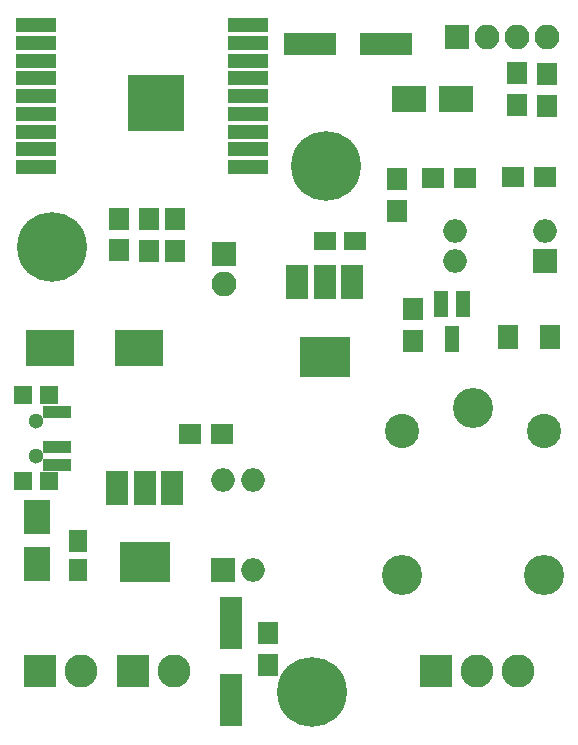
<source format=gts>
G04 #@! TF.FileFunction,Soldermask,Top*
%FSLAX46Y46*%
G04 Gerber Fmt 4.6, Leading zero omitted, Abs format (unit mm)*
G04 Created by KiCad (PCBNEW 4.0.6) date 10/30/17 11:30:06*
%MOMM*%
%LPD*%
G01*
G04 APERTURE LIST*
%ADD10C,0.025400*%
%ADD11R,1.200000X2.300000*%
%ADD12R,1.650000X1.900000*%
%ADD13R,1.900000X1.650000*%
%ADD14R,2.200000X2.900000*%
%ADD15R,2.900000X2.200000*%
%ADD16R,1.900000X1.700000*%
%ADD17R,1.700000X2.100000*%
%ADD18C,2.800000*%
%ADD19R,2.800000X2.800000*%
%ADD20R,2.100000X2.100000*%
%ADD21O,2.100000X2.100000*%
%ADD22R,3.400000X1.300000*%
%ADD23R,4.700000X4.700000*%
%ADD24R,1.700000X1.900000*%
%ADD25C,2.900000*%
%ADD26C,3.400000*%
%ADD27C,1.300000*%
%ADD28R,2.400000X1.100000*%
%ADD29R,1.600000X1.600000*%
%ADD30R,1.900000X4.400000*%
%ADD31R,4.150000X3.100000*%
%ADD32R,2.000000X2.000000*%
%ADD33O,2.000000X2.000000*%
%ADD34R,4.200000X3.400000*%
%ADD35R,1.900000X2.900000*%
%ADD36C,5.900000*%
%ADD37R,4.400000X1.900000*%
G04 APERTURE END LIST*
D10*
D11*
X168140000Y-71930000D03*
X166240000Y-71930000D03*
X167190000Y-74930000D03*
D12*
X135520000Y-91980000D03*
X135520000Y-94480000D03*
D13*
X156440000Y-66660000D03*
X158940000Y-66660000D03*
D14*
X132050000Y-94010000D03*
X132050000Y-90010000D03*
D15*
X163540000Y-54620000D03*
X167540000Y-54620000D03*
D16*
X165620000Y-61300000D03*
X168320000Y-61300000D03*
D17*
X175450000Y-74750000D03*
X171950000Y-74750000D03*
D18*
X135780000Y-103020000D03*
D19*
X132280000Y-103020000D03*
D18*
X143650000Y-103010000D03*
D19*
X140150000Y-103010000D03*
D20*
X167590000Y-49390000D03*
D21*
X170130000Y-49390000D03*
X172670000Y-49390000D03*
X175210000Y-49390000D03*
D20*
X147880000Y-67690000D03*
D21*
X147880000Y-70230000D03*
D18*
X169300000Y-103040000D03*
X172800000Y-103040000D03*
D19*
X165800000Y-103040000D03*
D22*
X131930000Y-48350000D03*
X131930000Y-49850000D03*
X131930000Y-51350000D03*
X131930000Y-52850000D03*
X131930000Y-54350000D03*
X131930000Y-55850000D03*
X131930000Y-57350000D03*
X131930000Y-58850000D03*
X131930000Y-60350000D03*
X149930000Y-60350000D03*
X149930000Y-58850000D03*
X149930000Y-57350000D03*
X149930000Y-55850000D03*
X149930000Y-54350000D03*
X149930000Y-52850000D03*
X149930000Y-51350000D03*
X149930000Y-49850000D03*
X149930000Y-48350000D03*
D23*
X142120000Y-54950000D03*
D24*
X151600000Y-99810000D03*
X151600000Y-102510000D03*
D16*
X147700000Y-82930000D03*
X145000000Y-82930000D03*
X175080000Y-61240000D03*
X172380000Y-61240000D03*
D24*
X143750000Y-64750000D03*
X143750000Y-67450000D03*
X139030000Y-64720000D03*
X139030000Y-67420000D03*
X141540000Y-64760000D03*
X141540000Y-67460000D03*
X163900000Y-75060000D03*
X163900000Y-72360000D03*
X172670000Y-52410000D03*
X172670000Y-55110000D03*
X175220000Y-52450000D03*
X175220000Y-55150000D03*
D25*
X162950000Y-82670000D03*
D26*
X162950000Y-94870000D03*
X175000000Y-94920000D03*
D25*
X174950000Y-82670000D03*
D26*
X169000000Y-80720000D03*
D27*
X131990000Y-81830000D03*
X131990000Y-84830000D03*
D28*
X133750000Y-81080000D03*
X133750000Y-84080000D03*
X133750000Y-85580000D03*
D29*
X130890000Y-79680000D03*
X130890000Y-86980000D03*
X133100000Y-86980000D03*
X133100000Y-79680000D03*
D30*
X148470000Y-99000000D03*
X148470000Y-105500000D03*
D31*
X133135000Y-75690000D03*
X140685000Y-75690000D03*
D32*
X147800000Y-94490000D03*
D33*
X150340000Y-86870000D03*
X150340000Y-94490000D03*
X147800000Y-86870000D03*
D34*
X141160000Y-93830000D03*
D35*
X141160000Y-87530000D03*
X138860000Y-87530000D03*
X143460000Y-87530000D03*
D34*
X156410000Y-76410000D03*
D35*
X156410000Y-70110000D03*
X154110000Y-70110000D03*
X158710000Y-70110000D03*
D36*
X156510000Y-60310000D03*
X133290000Y-67100000D03*
X155320000Y-104840000D03*
D32*
X175070000Y-68290000D03*
D33*
X167450000Y-65750000D03*
X175070000Y-65750000D03*
X167450000Y-68290000D03*
D24*
X162530000Y-61360000D03*
X162530000Y-64060000D03*
D37*
X155140000Y-49970000D03*
X161640000Y-49970000D03*
M02*

</source>
